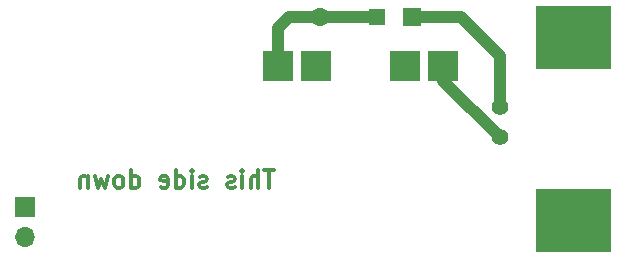
<source format=gbl>
G04 #@! TF.GenerationSoftware,KiCad,Pcbnew,(5.1.5)-2*
G04 #@! TF.CreationDate,2020-01-26T14:31:08-07:00*
G04 #@! TF.ProjectId,AGB_LIPO,4147425f-4c49-4504-9f2e-6b696361645f,rev?*
G04 #@! TF.SameCoordinates,Original*
G04 #@! TF.FileFunction,Copper,L2,Bot*
G04 #@! TF.FilePolarity,Positive*
%FSLAX46Y46*%
G04 Gerber Fmt 4.6, Leading zero omitted, Abs format (unit mm)*
G04 Created by KiCad (PCBNEW (5.1.5)-2) date 2020-01-26 14:31:08*
%MOMM*%
%LPD*%
G04 APERTURE LIST*
%ADD10C,0.300000*%
%ADD11C,0.100000*%
%ADD12R,2.500000X2.500000*%
%ADD13C,1.400000*%
%ADD14R,1.600000X1.600000*%
%ADD15C,1.600000*%
%ADD16R,1.340000X1.340000*%
%ADD17R,4.000000X0.250000*%
%ADD18O,1.700000X1.700000*%
%ADD19R,1.700000X1.700000*%
%ADD20C,0.800000*%
%ADD21C,1.000000*%
G04 APERTURE END LIST*
D10*
X98121428Y-34378571D02*
X97264285Y-34378571D01*
X97692857Y-35878571D02*
X97692857Y-34378571D01*
X96764285Y-35878571D02*
X96764285Y-34378571D01*
X96121428Y-35878571D02*
X96121428Y-35092857D01*
X96192857Y-34950000D01*
X96335714Y-34878571D01*
X96550000Y-34878571D01*
X96692857Y-34950000D01*
X96764285Y-35021428D01*
X95407142Y-35878571D02*
X95407142Y-34878571D01*
X95407142Y-34378571D02*
X95478571Y-34450000D01*
X95407142Y-34521428D01*
X95335714Y-34450000D01*
X95407142Y-34378571D01*
X95407142Y-34521428D01*
X94764285Y-35807142D02*
X94621428Y-35878571D01*
X94335714Y-35878571D01*
X94192857Y-35807142D01*
X94121428Y-35664285D01*
X94121428Y-35592857D01*
X94192857Y-35450000D01*
X94335714Y-35378571D01*
X94550000Y-35378571D01*
X94692857Y-35307142D01*
X94764285Y-35164285D01*
X94764285Y-35092857D01*
X94692857Y-34950000D01*
X94550000Y-34878571D01*
X94335714Y-34878571D01*
X94192857Y-34950000D01*
X92407142Y-35807142D02*
X92264285Y-35878571D01*
X91978571Y-35878571D01*
X91835714Y-35807142D01*
X91764285Y-35664285D01*
X91764285Y-35592857D01*
X91835714Y-35450000D01*
X91978571Y-35378571D01*
X92192857Y-35378571D01*
X92335714Y-35307142D01*
X92407142Y-35164285D01*
X92407142Y-35092857D01*
X92335714Y-34950000D01*
X92192857Y-34878571D01*
X91978571Y-34878571D01*
X91835714Y-34950000D01*
X91121428Y-35878571D02*
X91121428Y-34878571D01*
X91121428Y-34378571D02*
X91192857Y-34450000D01*
X91121428Y-34521428D01*
X91050000Y-34450000D01*
X91121428Y-34378571D01*
X91121428Y-34521428D01*
X89764285Y-35878571D02*
X89764285Y-34378571D01*
X89764285Y-35807142D02*
X89907142Y-35878571D01*
X90192857Y-35878571D01*
X90335714Y-35807142D01*
X90407142Y-35735714D01*
X90478571Y-35592857D01*
X90478571Y-35164285D01*
X90407142Y-35021428D01*
X90335714Y-34950000D01*
X90192857Y-34878571D01*
X89907142Y-34878571D01*
X89764285Y-34950000D01*
X88478571Y-35807142D02*
X88621428Y-35878571D01*
X88907142Y-35878571D01*
X89050000Y-35807142D01*
X89121428Y-35664285D01*
X89121428Y-35092857D01*
X89050000Y-34950000D01*
X88907142Y-34878571D01*
X88621428Y-34878571D01*
X88478571Y-34950000D01*
X88407142Y-35092857D01*
X88407142Y-35235714D01*
X89121428Y-35378571D01*
X85978571Y-35878571D02*
X85978571Y-34378571D01*
X85978571Y-35807142D02*
X86121428Y-35878571D01*
X86407142Y-35878571D01*
X86550000Y-35807142D01*
X86621428Y-35735714D01*
X86692857Y-35592857D01*
X86692857Y-35164285D01*
X86621428Y-35021428D01*
X86550000Y-34950000D01*
X86407142Y-34878571D01*
X86121428Y-34878571D01*
X85978571Y-34950000D01*
X85050000Y-35878571D02*
X85192857Y-35807142D01*
X85264285Y-35735714D01*
X85335714Y-35592857D01*
X85335714Y-35164285D01*
X85264285Y-35021428D01*
X85192857Y-34950000D01*
X85050000Y-34878571D01*
X84835714Y-34878571D01*
X84692857Y-34950000D01*
X84621428Y-35021428D01*
X84550000Y-35164285D01*
X84550000Y-35592857D01*
X84621428Y-35735714D01*
X84692857Y-35807142D01*
X84835714Y-35878571D01*
X85050000Y-35878571D01*
X84050000Y-34878571D02*
X83764285Y-35878571D01*
X83478571Y-35164285D01*
X83192857Y-35878571D01*
X82907142Y-34878571D01*
X82335714Y-34878571D02*
X82335714Y-35878571D01*
X82335714Y-35021428D02*
X82264285Y-34950000D01*
X82121428Y-34878571D01*
X81907142Y-34878571D01*
X81764285Y-34950000D01*
X81692857Y-35092857D01*
X81692857Y-35878571D01*
D11*
G36*
X126500000Y-41250000D02*
G01*
X120250000Y-41250000D01*
X120250000Y-36000000D01*
X126500000Y-36000000D01*
X126500000Y-41250000D01*
G37*
X126500000Y-41250000D02*
X120250000Y-41250000D01*
X120250000Y-36000000D01*
X126500000Y-36000000D01*
X126500000Y-41250000D01*
G36*
X126500000Y-25750000D02*
G01*
X120250000Y-25750000D01*
X120250000Y-20500000D01*
X126500000Y-20500000D01*
X126500000Y-25750000D01*
G37*
X126500000Y-25750000D02*
X120250000Y-25750000D01*
X120250000Y-20500000D01*
X126500000Y-20500000D01*
X126500000Y-25750000D01*
D12*
X109150000Y-25600000D03*
X101650000Y-25600000D03*
X98400000Y-25600000D03*
X112400000Y-25600000D03*
D13*
X117200000Y-29060000D03*
X117200000Y-31600000D03*
D14*
X109800000Y-21400000D03*
D15*
X102000000Y-21400000D03*
D16*
X106810000Y-21400000D03*
D17*
X104400000Y-21400000D03*
D18*
X77000000Y-40040000D03*
D19*
X77000000Y-37500000D03*
D20*
X122150000Y-21100000D03*
X120900000Y-23750000D03*
X125900000Y-25100000D03*
X124650000Y-25100000D03*
X122150000Y-22450000D03*
X125900000Y-23750000D03*
X124650000Y-21100000D03*
X124650000Y-22450000D03*
X125900000Y-21100000D03*
X122150000Y-25100000D03*
X120900000Y-21100000D03*
X125900000Y-22450000D03*
X123400000Y-25100000D03*
X120900000Y-25100000D03*
X120900000Y-22450000D03*
X124650000Y-23750000D03*
X123400000Y-23750000D03*
X123400000Y-21100000D03*
X122150000Y-23750000D03*
X123400000Y-22450000D03*
X122150000Y-36600000D03*
X120900000Y-39250000D03*
X125900000Y-40600000D03*
X124650000Y-40600000D03*
X122150000Y-37950000D03*
X125900000Y-39250000D03*
X124650000Y-36600000D03*
X124650000Y-37950000D03*
X125900000Y-36600000D03*
X122150000Y-40600000D03*
X120900000Y-36600000D03*
X125900000Y-37950000D03*
X123400000Y-40600000D03*
X120900000Y-40600000D03*
X120900000Y-37950000D03*
X124650000Y-39250000D03*
X123400000Y-39250000D03*
X123400000Y-36600000D03*
X122150000Y-39250000D03*
X123400000Y-37950000D03*
D21*
X102000000Y-21400000D02*
X99350000Y-21400000D01*
X98400000Y-22350000D02*
X98400000Y-25600000D01*
X99350000Y-21400000D02*
X98400000Y-22350000D01*
X102000000Y-21400000D02*
X106810000Y-21400000D01*
X117200000Y-29060000D02*
X117200000Y-24700000D01*
X113900000Y-21400000D02*
X109800000Y-21400000D01*
X117200000Y-24700000D02*
X113900000Y-21400000D01*
X112400000Y-26800000D02*
X112400000Y-25600000D01*
X117200000Y-31600000D02*
X112400000Y-26800000D01*
M02*

</source>
